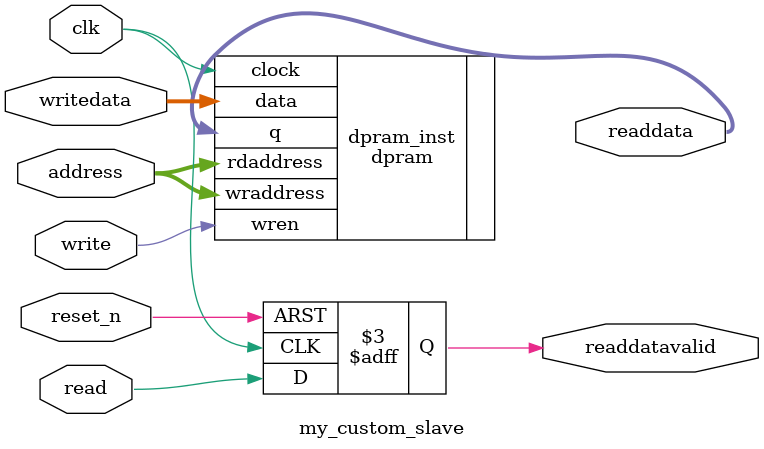
<source format=v>
`timescale 1ns / 1ps
module my_custom_slave (
    input  wire        clk,
    input  wire        reset_n,
    input  wire [7:0]  address,
    input  wire        write,
    input  wire [31:0] writedata,
    input  wire        read,
    output wire [31:0] readdata,   // wire 타입으로 변경 (dpram 출력 연결)
    output reg         readdatavalid // [추가] Read Data Valid 신호
);
    
    dpram dpram_inst (
        .clock(clk),        
        .rdaddress(address),
        .wraddress(address),
        .wren(write),
        .data(writedata),        
        .q(readdata)        
    );
   
    // 읽기와 쓰기를 하나의 블록에서 처리 (동기식)
    always @(posedge clk or negedge reset_n) begin
        if (!reset_n) begin            
            readdatavalid <= 1'b0;
        end else begin           
            readdatavalid <= read;
        end
    end

endmodule
</source>
